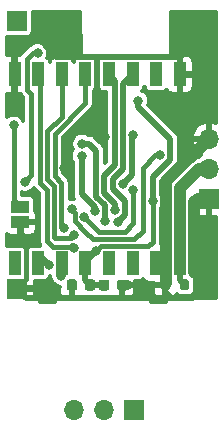
<source format=gbr>
%TF.GenerationSoftware,KiCad,Pcbnew,5.1.9*%
%TF.CreationDate,2021-03-27T13:30:24+01:00*%
%TF.ProjectId,picoballoon,7069636f-6261-46c6-9c6f-6f6e2e6b6963,0.1*%
%TF.SameCoordinates,Original*%
%TF.FileFunction,Copper,L2,Bot*%
%TF.FilePolarity,Positive*%
%FSLAX46Y46*%
G04 Gerber Fmt 4.6, Leading zero omitted, Abs format (unit mm)*
G04 Created by KiCad (PCBNEW 5.1.9) date 2021-03-27 13:30:24*
%MOMM*%
%LPD*%
G01*
G04 APERTURE LIST*
%TA.AperFunction,SMDPad,CuDef*%
%ADD10R,1.500000X1.000000*%
%TD*%
%TA.AperFunction,ComponentPad*%
%ADD11O,1.700000X1.700000*%
%TD*%
%TA.AperFunction,ComponentPad*%
%ADD12R,1.700000X1.700000*%
%TD*%
%TA.AperFunction,SMDPad,CuDef*%
%ADD13R,1.000000X2.000000*%
%TD*%
%TA.AperFunction,ViaPad*%
%ADD14C,0.800000*%
%TD*%
%TA.AperFunction,Conductor*%
%ADD15C,0.500000*%
%TD*%
%TA.AperFunction,Conductor*%
%ADD16C,1.000000*%
%TD*%
%TA.AperFunction,Conductor*%
%ADD17C,0.400000*%
%TD*%
%TA.AperFunction,Conductor*%
%ADD18C,0.300000*%
%TD*%
%TA.AperFunction,Conductor*%
%ADD19C,0.100000*%
%TD*%
G04 APERTURE END LIST*
D10*
%TO.P,JP1,1*%
%TO.N,Net-(JP1-Pad1)*%
X121400000Y-75680000D03*
%TO.P,JP1,2*%
%TO.N,GND*%
X121400000Y-76980000D03*
%TD*%
D11*
%TO.P,J5,3*%
%TO.N,GND*%
X137380000Y-69940000D03*
%TO.P,J5,2*%
%TO.N,Net-(J5-Pad2)*%
X137380000Y-72480000D03*
D12*
%TO.P,J5,1*%
%TO.N,GND*%
X137380000Y-75020000D03*
%TD*%
%TO.P,J2,1*%
%TO.N,GND*%
X121100000Y-82600000D03*
%TD*%
%TO.P,C11,1*%
%TO.N,+3V3*%
%TA.AperFunction,SMDPad,CuDef*%
G36*
G01*
X128030000Y-82570000D02*
X128030000Y-82070000D01*
G75*
G02*
X128255000Y-81845000I225000J0D01*
G01*
X128705000Y-81845000D01*
G75*
G02*
X128930000Y-82070000I0J-225000D01*
G01*
X128930000Y-82570000D01*
G75*
G02*
X128705000Y-82795000I-225000J0D01*
G01*
X128255000Y-82795000D01*
G75*
G02*
X128030000Y-82570000I0J225000D01*
G01*
G37*
%TD.AperFunction*%
%TO.P,C11,2*%
%TO.N,GND*%
%TA.AperFunction,SMDPad,CuDef*%
G36*
G01*
X129580000Y-82570000D02*
X129580000Y-82070000D01*
G75*
G02*
X129805000Y-81845000I225000J0D01*
G01*
X130255000Y-81845000D01*
G75*
G02*
X130480000Y-82070000I0J-225000D01*
G01*
X130480000Y-82570000D01*
G75*
G02*
X130255000Y-82795000I-225000J0D01*
G01*
X129805000Y-82795000D01*
G75*
G02*
X129580000Y-82570000I0J225000D01*
G01*
G37*
%TD.AperFunction*%
%TD*%
%TO.P,C12,2*%
%TO.N,GND*%
%TA.AperFunction,SMDPad,CuDef*%
G36*
G01*
X126205000Y-82060000D02*
X126205000Y-82560000D01*
G75*
G02*
X125980000Y-82785000I-225000J0D01*
G01*
X125530000Y-82785000D01*
G75*
G02*
X125305000Y-82560000I0J225000D01*
G01*
X125305000Y-82060000D01*
G75*
G02*
X125530000Y-81835000I225000J0D01*
G01*
X125980000Y-81835000D01*
G75*
G02*
X126205000Y-82060000I0J-225000D01*
G01*
G37*
%TD.AperFunction*%
%TO.P,C12,1*%
%TO.N,+3V3*%
%TA.AperFunction,SMDPad,CuDef*%
G36*
G01*
X127755000Y-82060000D02*
X127755000Y-82560000D01*
G75*
G02*
X127530000Y-82785000I-225000J0D01*
G01*
X127080000Y-82785000D01*
G75*
G02*
X126855000Y-82560000I0J225000D01*
G01*
X126855000Y-82060000D01*
G75*
G02*
X127080000Y-81835000I225000J0D01*
G01*
X127530000Y-81835000D01*
G75*
G02*
X127755000Y-82060000I0J-225000D01*
G01*
G37*
%TD.AperFunction*%
%TD*%
%TO.P,J1,1*%
%TO.N,+BATT*%
X121100000Y-59950000D03*
%TD*%
%TO.P,J3,1*%
%TO.N,GND*%
X131020000Y-92860000D03*
D11*
%TO.P,J3,2*%
%TO.N,/DEBUG_RXD*%
X128480000Y-92860000D03*
%TO.P,J3,3*%
%TO.N,/DEBUG_TXD*%
X125940000Y-92860000D03*
%TD*%
%TO.P,R9,2*%
%TO.N,GND*%
%TA.AperFunction,SMDPad,CuDef*%
G36*
G01*
X134060000Y-82015000D02*
X134060000Y-82565000D01*
G75*
G02*
X133860000Y-82765000I-200000J0D01*
G01*
X133460000Y-82765000D01*
G75*
G02*
X133260000Y-82565000I0J200000D01*
G01*
X133260000Y-82015000D01*
G75*
G02*
X133460000Y-81815000I200000J0D01*
G01*
X133860000Y-81815000D01*
G75*
G02*
X134060000Y-82015000I0J-200000D01*
G01*
G37*
%TD.AperFunction*%
%TO.P,R9,1*%
%TO.N,Net-(J5-Pad2)*%
%TA.AperFunction,SMDPad,CuDef*%
G36*
G01*
X135710000Y-82015000D02*
X135710000Y-82565000D01*
G75*
G02*
X135510000Y-82765000I-200000J0D01*
G01*
X135110000Y-82765000D01*
G75*
G02*
X134910000Y-82565000I0J200000D01*
G01*
X134910000Y-82015000D01*
G75*
G02*
X135110000Y-81815000I200000J0D01*
G01*
X135510000Y-81815000D01*
G75*
G02*
X135710000Y-82015000I0J-200000D01*
G01*
G37*
%TD.AperFunction*%
%TD*%
D13*
%TO.P,U6,16*%
%TO.N,N/C*%
X120900000Y-80475000D03*
%TO.P,U6,15*%
%TO.N,/RFM_IO1*%
X122900000Y-80475000D03*
%TO.P,U6,14*%
%TO.N,/RFM_IO0*%
X124900000Y-80475000D03*
%TO.P,U6,13*%
%TO.N,+3V3*%
X126900000Y-80475000D03*
%TO.P,U6,12*%
%TO.N,N/C*%
X128900000Y-80475000D03*
%TO.P,U6,11*%
X130900000Y-80475000D03*
%TO.P,U6,10*%
%TO.N,GND*%
X132900000Y-80475000D03*
%TO.P,U6,9*%
%TO.N,Net-(J5-Pad2)*%
X134900000Y-80475000D03*
%TO.P,U6,8*%
%TO.N,GND*%
X134900000Y-64475000D03*
%TO.P,U6,7*%
%TO.N,N/C*%
X132900000Y-64475000D03*
%TO.P,U6,6*%
%TO.N,/RFM_RESET*%
X130900000Y-64475000D03*
%TO.P,U6,5*%
%TO.N,/RFM_CS*%
X128900000Y-64475000D03*
%TO.P,U6,4*%
%TO.N,/SCK*%
X126900000Y-64475000D03*
%TO.P,U6,3*%
%TO.N,/MOSI*%
X124900000Y-64475000D03*
%TO.P,U6,2*%
%TO.N,/MISO*%
X122900000Y-64475000D03*
%TO.P,U6,1*%
%TO.N,GND*%
X120900000Y-64475000D03*
%TD*%
D14*
%TO.N,GND*%
X127860934Y-65859112D03*
X136600000Y-62350000D03*
X133250000Y-67675000D03*
X121650002Y-62050000D03*
X123475000Y-60375000D03*
X125120010Y-72375000D03*
X136490000Y-81570000D03*
X128570000Y-69810000D03*
X130510000Y-82290000D03*
%TO.N,+3V3*%
X127801255Y-79436193D03*
X132593790Y-75213534D03*
X131380000Y-66690000D03*
%TO.N,+BATT*%
X122850000Y-62650000D03*
X121774976Y-73570000D03*
%TO.N,/SCL*%
X126820000Y-76520000D03*
X130939990Y-74266923D03*
%TO.N,/SDA*%
X125750000Y-75900000D03*
X133250002Y-71280000D03*
%TO.N,/GPS_FIX*%
X130053017Y-73775012D03*
X130970022Y-69587367D03*
%TO.N,/GPS_RXD*%
X126625000Y-70325000D03*
X128595993Y-76924642D03*
%TO.N,/GPS_TXD*%
X126575000Y-71375000D03*
X127699636Y-76002759D03*
%TO.N,/RFM_RESET*%
X129650000Y-76979990D03*
%TO.N,/RFM_CS*%
X129399647Y-75986024D03*
%TO.N,/SCK*%
X125050021Y-77450010D03*
%TO.N,/MISO*%
X125900031Y-79143288D03*
%TO.N,/MOSI*%
X125929491Y-78069775D03*
%TO.N,/RFM_IO0*%
X124875000Y-81550000D03*
%TO.N,/RFM_IO1*%
X123799998Y-80600000D03*
%TO.N,Net-(JP1-Pad1)*%
X120831551Y-68792412D03*
%TD*%
D15*
%TO.N,GND*%
X127800000Y-65920046D02*
X127860934Y-65859112D01*
X134900000Y-64475000D02*
X134900000Y-62975000D01*
X135525000Y-62350000D02*
X136600000Y-62350000D01*
X134900000Y-62975000D02*
X135525000Y-62350000D01*
X134900000Y-66025000D02*
X133250000Y-67675000D01*
X134900000Y-64475000D02*
X134900000Y-66025000D01*
X120900000Y-62800002D02*
X121650002Y-62050000D01*
X120900000Y-64475000D02*
X120900000Y-62800002D01*
X121650002Y-62050000D02*
X122225000Y-61475002D01*
X122374998Y-61475002D02*
X123475000Y-60375000D01*
X122225000Y-61475002D02*
X122374998Y-61475002D01*
X127800000Y-67600000D02*
X127800000Y-65920046D01*
D16*
X137250000Y-75030000D02*
X136395000Y-75030000D01*
D15*
X133880000Y-82320000D02*
X133975000Y-82225000D01*
X133374998Y-80475000D02*
X133699999Y-80800001D01*
X132900000Y-80475000D02*
X133374998Y-80475000D01*
D16*
X133699999Y-81949999D02*
X133699999Y-80800001D01*
D15*
X136010000Y-83360000D02*
X134160000Y-83360000D01*
X134160000Y-83360000D02*
X133660000Y-82860000D01*
X136490000Y-82880000D02*
X136010000Y-83360000D01*
D16*
X136490000Y-81570000D02*
X136490000Y-82880000D01*
X136125000Y-81205000D02*
X136490000Y-81570000D01*
D15*
X133660000Y-82860000D02*
X133660000Y-82290000D01*
X125120010Y-70279990D02*
X125120010Y-71809315D01*
X125120010Y-71809315D02*
X125120010Y-72375000D01*
D16*
X136125000Y-75300000D02*
X136395000Y-75030000D01*
X136125000Y-81205000D02*
X136125000Y-75300000D01*
X135780000Y-71540000D02*
X137380000Y-69940000D01*
X135640000Y-71540000D02*
X135780000Y-71540000D01*
X133699999Y-80800001D02*
X133699999Y-73480001D01*
D15*
X128000000Y-69240000D02*
X126160000Y-69240000D01*
X128570000Y-69810000D02*
X128000000Y-69240000D01*
X126160000Y-69240000D02*
X125120010Y-70279990D01*
X127800000Y-67600000D02*
X126160000Y-69240000D01*
X127860934Y-63204064D02*
X128104998Y-62960000D01*
X127860934Y-65859112D02*
X127860934Y-63204064D01*
X134885000Y-62960000D02*
X134900000Y-62975000D01*
X128770000Y-62960000D02*
X124440000Y-62960000D01*
X128104998Y-62960000D02*
X128770000Y-62960000D01*
X128770000Y-62960000D02*
X134885000Y-62960000D01*
X123475000Y-61995000D02*
X123475000Y-60375000D01*
X124440000Y-62960000D02*
X123475000Y-61995000D01*
X134900000Y-71600000D02*
X135240000Y-71940000D01*
X134900000Y-66025000D02*
X134900000Y-71600000D01*
D16*
X135240000Y-71940000D02*
X135640000Y-71540000D01*
X133699999Y-73480001D02*
X135240000Y-71940000D01*
D15*
X130060000Y-82290000D02*
X130030000Y-82320000D01*
X130510000Y-82290000D02*
X130060000Y-82290000D01*
X121860000Y-83360000D02*
X121100000Y-82600000D01*
X125755000Y-82310000D02*
X125755000Y-83165000D01*
X125560000Y-83360000D02*
X121860000Y-83360000D01*
X125755000Y-83165000D02*
X125560000Y-83360000D01*
X130030000Y-83300000D02*
X130090000Y-83360000D01*
X130030000Y-82320000D02*
X130030000Y-83300000D01*
X130090000Y-83360000D02*
X125560000Y-83360000D01*
D17*
X121400000Y-76980000D02*
X121400000Y-77810000D01*
X121400000Y-77810000D02*
X121900000Y-78310000D01*
X121900000Y-81800000D02*
X121100000Y-82600000D01*
X121900000Y-78310000D02*
X121900000Y-81800000D01*
D15*
X134160000Y-83360000D02*
X130090000Y-83360000D01*
%TO.N,+3V3*%
X127315000Y-82320000D02*
X127305000Y-82310000D01*
X128480000Y-82320000D02*
X127315000Y-82320000D01*
X126900000Y-81905000D02*
X127305000Y-82310000D01*
X126900000Y-80475000D02*
X126900000Y-81905000D01*
X126900000Y-80337448D02*
X127801255Y-79436193D01*
X126900000Y-80475000D02*
X126900000Y-80337448D01*
D17*
X128207437Y-79030011D02*
X132239989Y-79030011D01*
X132239989Y-79030011D02*
X132593790Y-78676210D01*
X127801255Y-79436193D02*
X128207437Y-79030011D01*
X132593790Y-78676210D02*
X132593790Y-75213534D01*
D15*
X132593790Y-75213534D02*
X132593790Y-73194216D01*
X132593790Y-73194216D02*
X134100004Y-71688002D01*
X134100004Y-71688002D02*
X134100004Y-69975689D01*
X134100004Y-69975689D02*
X131380000Y-67255685D01*
X131380000Y-67255685D02*
X131380000Y-66690000D01*
D17*
%TO.N,+BATT*%
X122504998Y-62650000D02*
X122850000Y-62650000D01*
X121999999Y-65769999D02*
X121999999Y-63154999D01*
X122334976Y-66104976D02*
X121999999Y-65769999D01*
X121999999Y-63154999D02*
X122504998Y-62650000D01*
X122334976Y-73010000D02*
X122334976Y-66104976D01*
X121774976Y-73570000D02*
X122334976Y-73010000D01*
D15*
%TO.N,Net-(J5-Pad2)*%
X134900000Y-81880000D02*
X135310000Y-82290000D01*
X134900000Y-80475000D02*
X134900000Y-81880000D01*
D16*
X134900000Y-80475000D02*
X134900000Y-74117071D01*
X134900000Y-74117071D02*
X136527071Y-72490000D01*
X136527071Y-72490000D02*
X137250000Y-72490000D01*
D17*
%TO.N,/SCL*%
X128080000Y-77780000D02*
X130250000Y-77780000D01*
X130939990Y-77090010D02*
X130939990Y-74266923D01*
X126820000Y-76520000D02*
X128080000Y-77780000D01*
X130250000Y-77780000D02*
X130939990Y-77090010D01*
%TO.N,/SDA*%
X126019999Y-76904001D02*
X126900000Y-77784002D01*
X126019999Y-76169999D02*
X126019999Y-76904001D01*
X125750000Y-75900000D02*
X126019999Y-76169999D01*
X126900000Y-77784002D02*
X127545998Y-78430000D01*
X127545998Y-78430000D02*
X131050000Y-78430000D01*
X131050000Y-78430000D02*
X131740000Y-77740000D01*
X131740000Y-77740000D02*
X131740000Y-74990000D01*
X131740000Y-74990000D02*
X131740000Y-74770000D01*
X131740000Y-74770000D02*
X131740000Y-72360000D01*
X131740000Y-72360000D02*
X132820000Y-71280000D01*
X132820000Y-71280000D02*
X133250002Y-71280000D01*
D15*
%TO.N,/GPS_FIX*%
X130820023Y-73008006D02*
X130820023Y-69737366D01*
X130053017Y-73775012D02*
X130820023Y-73008006D01*
X130820023Y-69737366D02*
X130970022Y-69587367D01*
%TO.N,/GPS_RXD*%
X127802994Y-70937309D02*
X127802994Y-74812924D01*
X127190685Y-70325000D02*
X127802994Y-70937309D01*
X128549637Y-76878286D02*
X128595993Y-76924642D01*
X126625000Y-70325000D02*
X127190685Y-70325000D01*
X128549637Y-75559567D02*
X128549637Y-76878286D01*
X127802994Y-74812924D02*
X128549637Y-75559567D01*
%TO.N,/GPS_TXD*%
X126575000Y-71375000D02*
X126575000Y-74574934D01*
X127699636Y-75699570D02*
X127699636Y-76002759D01*
X126575000Y-74574934D02*
X127699636Y-75699570D01*
%TO.N,/RFM_RESET*%
X129203016Y-73367011D02*
X129203016Y-74183013D01*
X130900000Y-64475000D02*
X130120012Y-65254988D01*
X130120012Y-72450015D02*
X129203016Y-73367011D01*
X130249649Y-75229646D02*
X130249649Y-76380341D01*
X129203016Y-74183013D02*
X130249649Y-75229646D01*
X130120012Y-65254988D02*
X130120012Y-72450015D01*
X130249649Y-76380341D02*
X129650000Y-76979990D01*
%TO.N,/RFM_CS*%
X128503005Y-73077057D02*
X128503005Y-74521365D01*
X129399647Y-75418007D02*
X129399647Y-75986024D01*
X128900000Y-64475000D02*
X129420001Y-64995001D01*
X129420001Y-64995001D02*
X129420001Y-72160061D01*
X129420001Y-72160061D02*
X128503005Y-73077057D01*
X128503005Y-74521365D02*
X129399647Y-75418007D01*
D17*
%TO.N,/SCK*%
X126900000Y-66900000D02*
X124320000Y-69480000D01*
X124320000Y-69480000D02*
X124320000Y-73090000D01*
X124860021Y-73630021D02*
X124860021Y-77260010D01*
X124860021Y-77260010D02*
X125050021Y-77450010D01*
X126900000Y-64475000D02*
X126900000Y-66900000D01*
X124320000Y-73090000D02*
X124860021Y-73630021D01*
D15*
%TO.N,/MISO*%
X122900000Y-64500000D02*
X122900000Y-64000000D01*
X125899995Y-79143323D02*
X125900030Y-79143288D01*
X125900030Y-79143288D02*
X125900031Y-79143288D01*
X125781671Y-79024999D02*
X125899995Y-79143323D01*
D17*
X123089990Y-73669990D02*
X123089990Y-64664990D01*
X123650001Y-74230001D02*
X123089990Y-73669990D01*
X123089990Y-64664990D02*
X122900000Y-64475000D01*
X123650001Y-78520001D02*
X123650001Y-74230001D01*
X123670000Y-78590000D02*
X123670000Y-78540000D01*
X124154999Y-79074999D02*
X123670000Y-78590000D01*
X125831742Y-79074999D02*
X124154999Y-79074999D01*
X123670000Y-78540000D02*
X123650001Y-78520001D01*
X125900031Y-79143288D02*
X125831742Y-79074999D01*
D15*
%TO.N,/MOSI*%
X125691265Y-78308001D02*
X125929491Y-78069775D01*
D17*
X124900000Y-68040000D02*
X124900000Y-64475000D01*
X123690000Y-73340000D02*
X123690000Y-69250000D01*
X124286543Y-78308001D02*
X124250011Y-78271469D01*
X125691265Y-78308001D02*
X124286543Y-78308001D01*
X124250011Y-73900011D02*
X123690000Y-73340000D01*
X124250011Y-78271469D02*
X124250011Y-73900011D01*
X123690000Y-69250000D02*
X124900000Y-68040000D01*
D15*
%TO.N,/RFM_IO0*%
X124875000Y-80500000D02*
X124900000Y-80475000D01*
X124875000Y-81550000D02*
X124875000Y-80500000D01*
%TO.N,/RFM_IO1*%
X123250000Y-80000000D02*
X122900000Y-80000000D01*
X123900000Y-80650000D02*
X123250000Y-80000000D01*
D17*
%TO.N,Net-(JP1-Pad1)*%
X120831551Y-75111551D02*
X121400000Y-75680000D01*
X120831551Y-68792412D02*
X120831551Y-75111551D01*
%TD*%
D18*
%TO.N,GND*%
X123907235Y-81573017D02*
X123935825Y-81667267D01*
X123982254Y-81754129D01*
X124003000Y-81779408D01*
X124009586Y-81812520D01*
X124077430Y-81976310D01*
X124175924Y-82123717D01*
X124301283Y-82249076D01*
X124448690Y-82347570D01*
X124612480Y-82415414D01*
X124777301Y-82448199D01*
X124647000Y-82578500D01*
X124643816Y-82785000D01*
X124656520Y-82913991D01*
X124694146Y-83038024D01*
X124755246Y-83152334D01*
X124837472Y-83252528D01*
X124937666Y-83334754D01*
X125012961Y-83375000D01*
X124825788Y-83375000D01*
X124800000Y-83372460D01*
X124774212Y-83375000D01*
X124697082Y-83382597D01*
X124598119Y-83412617D01*
X124506914Y-83461367D01*
X124426973Y-83526973D01*
X124361367Y-83606914D01*
X124312617Y-83698119D01*
X124296879Y-83750000D01*
X123103121Y-83750000D01*
X123087383Y-83698119D01*
X123038633Y-83606914D01*
X122973027Y-83526973D01*
X122893086Y-83461367D01*
X122801881Y-83412617D01*
X122702918Y-83382597D01*
X122625788Y-83375000D01*
X122610765Y-83373520D01*
X122608000Y-82868500D01*
X122443500Y-82704000D01*
X121204000Y-82704000D01*
X121204000Y-82724000D01*
X120996000Y-82724000D01*
X120996000Y-82704000D01*
X120976000Y-82704000D01*
X120976000Y-82496000D01*
X120996000Y-82496000D01*
X120996000Y-82476000D01*
X121204000Y-82476000D01*
X121204000Y-82496000D01*
X122443500Y-82496000D01*
X122608000Y-82331500D01*
X122609939Y-81977419D01*
X123400000Y-81977419D01*
X123498017Y-81967765D01*
X123592267Y-81939175D01*
X123679129Y-81892746D01*
X123755264Y-81830264D01*
X123817746Y-81754129D01*
X123864175Y-81667267D01*
X123892765Y-81573017D01*
X123900000Y-81499560D01*
X123907235Y-81573017D01*
%TA.AperFunction,Conductor*%
D19*
G36*
X123907235Y-81573017D02*
G01*
X123935825Y-81667267D01*
X123982254Y-81754129D01*
X124003000Y-81779408D01*
X124009586Y-81812520D01*
X124077430Y-81976310D01*
X124175924Y-82123717D01*
X124301283Y-82249076D01*
X124448690Y-82347570D01*
X124612480Y-82415414D01*
X124777301Y-82448199D01*
X124647000Y-82578500D01*
X124643816Y-82785000D01*
X124656520Y-82913991D01*
X124694146Y-83038024D01*
X124755246Y-83152334D01*
X124837472Y-83252528D01*
X124937666Y-83334754D01*
X125012961Y-83375000D01*
X124825788Y-83375000D01*
X124800000Y-83372460D01*
X124774212Y-83375000D01*
X124697082Y-83382597D01*
X124598119Y-83412617D01*
X124506914Y-83461367D01*
X124426973Y-83526973D01*
X124361367Y-83606914D01*
X124312617Y-83698119D01*
X124296879Y-83750000D01*
X123103121Y-83750000D01*
X123087383Y-83698119D01*
X123038633Y-83606914D01*
X122973027Y-83526973D01*
X122893086Y-83461367D01*
X122801881Y-83412617D01*
X122702918Y-83382597D01*
X122625788Y-83375000D01*
X122610765Y-83373520D01*
X122608000Y-82868500D01*
X122443500Y-82704000D01*
X121204000Y-82704000D01*
X121204000Y-82724000D01*
X120996000Y-82724000D01*
X120996000Y-82704000D01*
X120976000Y-82704000D01*
X120976000Y-82496000D01*
X120996000Y-82496000D01*
X120996000Y-82476000D01*
X121204000Y-82476000D01*
X121204000Y-82496000D01*
X122443500Y-82496000D01*
X122608000Y-82331500D01*
X122609939Y-81977419D01*
X123400000Y-81977419D01*
X123498017Y-81967765D01*
X123592267Y-81939175D01*
X123679129Y-81892746D01*
X123755264Y-81830264D01*
X123817746Y-81754129D01*
X123864175Y-81667267D01*
X123892765Y-81573017D01*
X123900000Y-81499560D01*
X123907235Y-81573017D01*
G37*
%TD.AperFunction*%
D18*
X131850246Y-81842334D02*
X131932472Y-81942528D01*
X132032666Y-82024754D01*
X132146976Y-82085854D01*
X132271009Y-82123480D01*
X132400000Y-82136184D01*
X132631500Y-82133000D01*
X132672500Y-82092000D01*
X132766500Y-82186000D01*
X133556000Y-82186000D01*
X133556000Y-82166000D01*
X133764000Y-82166000D01*
X133764000Y-82186000D01*
X133784000Y-82186000D01*
X133784000Y-82394000D01*
X133764000Y-82394000D01*
X133764000Y-83258500D01*
X133928500Y-83423000D01*
X133957385Y-83423699D01*
X133886914Y-83461367D01*
X133806973Y-83526973D01*
X133741367Y-83606914D01*
X133692617Y-83698119D01*
X133676879Y-83750000D01*
X132473121Y-83750000D01*
X132457383Y-83698119D01*
X132408633Y-83606914D01*
X132343027Y-83526973D01*
X132263086Y-83461367D01*
X132171881Y-83412617D01*
X132072918Y-83382597D01*
X131995788Y-83375000D01*
X131970000Y-83372460D01*
X131944212Y-83375000D01*
X130790748Y-83375000D01*
X130847334Y-83344754D01*
X130947528Y-83262528D01*
X131029754Y-83162334D01*
X131090854Y-83048024D01*
X131128480Y-82923991D01*
X131141184Y-82795000D01*
X131140722Y-82765000D01*
X132598816Y-82765000D01*
X132611520Y-82893991D01*
X132649146Y-83018024D01*
X132710246Y-83132334D01*
X132792472Y-83232528D01*
X132892666Y-83314754D01*
X133006976Y-83375854D01*
X133131009Y-83413480D01*
X133260000Y-83426184D01*
X133391500Y-83423000D01*
X133556000Y-83258500D01*
X133556000Y-82394000D01*
X132766500Y-82394000D01*
X132602000Y-82558500D01*
X132598816Y-82765000D01*
X131140722Y-82765000D01*
X131138000Y-82588500D01*
X130973500Y-82424000D01*
X130134000Y-82424000D01*
X130134000Y-82444000D01*
X129926000Y-82444000D01*
X129926000Y-82424000D01*
X129906000Y-82424000D01*
X129906000Y-82216000D01*
X129926000Y-82216000D01*
X129926000Y-82196000D01*
X130134000Y-82196000D01*
X130134000Y-82216000D01*
X130973500Y-82216000D01*
X131138000Y-82051500D01*
X131139142Y-81977419D01*
X131400000Y-81977419D01*
X131498017Y-81967765D01*
X131592267Y-81939175D01*
X131679129Y-81892746D01*
X131755264Y-81830264D01*
X131808876Y-81764937D01*
X131850246Y-81842334D01*
%TA.AperFunction,Conductor*%
D19*
G36*
X131850246Y-81842334D02*
G01*
X131932472Y-81942528D01*
X132032666Y-82024754D01*
X132146976Y-82085854D01*
X132271009Y-82123480D01*
X132400000Y-82136184D01*
X132631500Y-82133000D01*
X132672500Y-82092000D01*
X132766500Y-82186000D01*
X133556000Y-82186000D01*
X133556000Y-82166000D01*
X133764000Y-82166000D01*
X133764000Y-82186000D01*
X133784000Y-82186000D01*
X133784000Y-82394000D01*
X133764000Y-82394000D01*
X133764000Y-83258500D01*
X133928500Y-83423000D01*
X133957385Y-83423699D01*
X133886914Y-83461367D01*
X133806973Y-83526973D01*
X133741367Y-83606914D01*
X133692617Y-83698119D01*
X133676879Y-83750000D01*
X132473121Y-83750000D01*
X132457383Y-83698119D01*
X132408633Y-83606914D01*
X132343027Y-83526973D01*
X132263086Y-83461367D01*
X132171881Y-83412617D01*
X132072918Y-83382597D01*
X131995788Y-83375000D01*
X131970000Y-83372460D01*
X131944212Y-83375000D01*
X130790748Y-83375000D01*
X130847334Y-83344754D01*
X130947528Y-83262528D01*
X131029754Y-83162334D01*
X131090854Y-83048024D01*
X131128480Y-82923991D01*
X131141184Y-82795000D01*
X131140722Y-82765000D01*
X132598816Y-82765000D01*
X132611520Y-82893991D01*
X132649146Y-83018024D01*
X132710246Y-83132334D01*
X132792472Y-83232528D01*
X132892666Y-83314754D01*
X133006976Y-83375854D01*
X133131009Y-83413480D01*
X133260000Y-83426184D01*
X133391500Y-83423000D01*
X133556000Y-83258500D01*
X133556000Y-82394000D01*
X132766500Y-82394000D01*
X132602000Y-82558500D01*
X132598816Y-82765000D01*
X131140722Y-82765000D01*
X131138000Y-82588500D01*
X130973500Y-82424000D01*
X130134000Y-82424000D01*
X130134000Y-82444000D01*
X129926000Y-82444000D01*
X129926000Y-82424000D01*
X129906000Y-82424000D01*
X129906000Y-82216000D01*
X129926000Y-82216000D01*
X129926000Y-82196000D01*
X130134000Y-82196000D01*
X130134000Y-82216000D01*
X130973500Y-82216000D01*
X131138000Y-82051500D01*
X131139142Y-81977419D01*
X131400000Y-81977419D01*
X131498017Y-81967765D01*
X131592267Y-81939175D01*
X131679129Y-81892746D01*
X131755264Y-81830264D01*
X131808876Y-81764937D01*
X131850246Y-81842334D01*
G37*
%TD.AperFunction*%
D18*
X129925998Y-83375000D02*
X129839500Y-83375000D01*
X129925998Y-83288502D01*
X129925998Y-83375000D01*
%TA.AperFunction,Conductor*%
D19*
G36*
X129925998Y-83375000D02*
G01*
X129839500Y-83375000D01*
X129925998Y-83288502D01*
X129925998Y-83375000D01*
G37*
%TD.AperFunction*%
D18*
X130220500Y-83375000D02*
X130134002Y-83375000D01*
X130134002Y-83288502D01*
X130220500Y-83375000D01*
%TA.AperFunction,Conductor*%
D19*
G36*
X130220500Y-83375000D02*
G01*
X130134002Y-83375000D01*
X130134002Y-83288502D01*
X130220500Y-83375000D01*
G37*
%TD.AperFunction*%
D18*
X137484000Y-74916000D02*
X137504000Y-74916000D01*
X137504000Y-75124000D01*
X137484000Y-75124000D01*
X137484000Y-76363500D01*
X137648500Y-76528000D01*
X137975001Y-76529788D01*
X137975001Y-83375000D01*
X134314622Y-83375000D01*
X134427334Y-83314754D01*
X134527528Y-83232528D01*
X134609754Y-83132334D01*
X134637088Y-83081195D01*
X134719757Y-83149040D01*
X134841196Y-83213951D01*
X134972965Y-83253922D01*
X135110000Y-83267419D01*
X135510000Y-83267419D01*
X135647035Y-83253922D01*
X135778804Y-83213951D01*
X135900243Y-83149040D01*
X136006685Y-83061685D01*
X136094040Y-82955243D01*
X136158951Y-82833804D01*
X136198922Y-82702035D01*
X136212419Y-82565000D01*
X136212419Y-82015000D01*
X136198922Y-81877965D01*
X136158951Y-81746196D01*
X136094040Y-81624757D01*
X136006685Y-81518315D01*
X135902419Y-81432746D01*
X135902419Y-79475000D01*
X135900000Y-79450440D01*
X135900000Y-76059910D01*
X135919146Y-76123024D01*
X135980246Y-76237334D01*
X136062472Y-76337528D01*
X136162666Y-76419754D01*
X136276976Y-76480854D01*
X136401009Y-76518480D01*
X136530000Y-76531184D01*
X137111500Y-76528000D01*
X137276000Y-76363500D01*
X137276000Y-75124000D01*
X137256000Y-75124000D01*
X137256000Y-74916000D01*
X137276000Y-74916000D01*
X137276000Y-74896000D01*
X137484000Y-74896000D01*
X137484000Y-74916000D01*
%TA.AperFunction,Conductor*%
D19*
G36*
X137484000Y-74916000D02*
G01*
X137504000Y-74916000D01*
X137504000Y-75124000D01*
X137484000Y-75124000D01*
X137484000Y-76363500D01*
X137648500Y-76528000D01*
X137975001Y-76529788D01*
X137975001Y-83375000D01*
X134314622Y-83375000D01*
X134427334Y-83314754D01*
X134527528Y-83232528D01*
X134609754Y-83132334D01*
X134637088Y-83081195D01*
X134719757Y-83149040D01*
X134841196Y-83213951D01*
X134972965Y-83253922D01*
X135110000Y-83267419D01*
X135510000Y-83267419D01*
X135647035Y-83253922D01*
X135778804Y-83213951D01*
X135900243Y-83149040D01*
X136006685Y-83061685D01*
X136094040Y-82955243D01*
X136158951Y-82833804D01*
X136198922Y-82702035D01*
X136212419Y-82565000D01*
X136212419Y-82015000D01*
X136198922Y-81877965D01*
X136158951Y-81746196D01*
X136094040Y-81624757D01*
X136006685Y-81518315D01*
X135902419Y-81432746D01*
X135902419Y-79475000D01*
X135900000Y-79450440D01*
X135900000Y-76059910D01*
X135919146Y-76123024D01*
X135980246Y-76237334D01*
X136062472Y-76337528D01*
X136162666Y-76419754D01*
X136276976Y-76480854D01*
X136401009Y-76518480D01*
X136530000Y-76531184D01*
X137111500Y-76528000D01*
X137276000Y-76363500D01*
X137276000Y-75124000D01*
X137256000Y-75124000D01*
X137256000Y-74916000D01*
X137276000Y-74916000D01*
X137276000Y-74896000D01*
X137484000Y-74896000D01*
X137484000Y-74916000D01*
G37*
%TD.AperFunction*%
D18*
X125650998Y-83375000D02*
X125554500Y-83375000D01*
X125650998Y-83278502D01*
X125650998Y-83375000D01*
%TA.AperFunction,Conductor*%
D19*
G36*
X125650998Y-83375000D02*
G01*
X125554500Y-83375000D01*
X125650998Y-83278502D01*
X125650998Y-83375000D01*
G37*
%TD.AperFunction*%
D18*
X125859000Y-82206000D02*
X125879000Y-82206000D01*
X125879000Y-82414000D01*
X125859000Y-82414000D01*
X125859000Y-82434000D01*
X125651000Y-82434000D01*
X125651000Y-82414000D01*
X125631000Y-82414000D01*
X125631000Y-82206000D01*
X125651000Y-82206000D01*
X125651000Y-82186000D01*
X125859000Y-82186000D01*
X125859000Y-82206000D01*
%TA.AperFunction,Conductor*%
D19*
G36*
X125859000Y-82206000D02*
G01*
X125879000Y-82206000D01*
X125879000Y-82414000D01*
X125859000Y-82414000D01*
X125859000Y-82434000D01*
X125651000Y-82434000D01*
X125651000Y-82414000D01*
X125631000Y-82414000D01*
X125631000Y-82206000D01*
X125651000Y-82206000D01*
X125651000Y-82186000D01*
X125859000Y-82186000D01*
X125859000Y-82206000D01*
G37*
%TD.AperFunction*%
D18*
X133004000Y-80371000D02*
X133024000Y-80371000D01*
X133024000Y-80579000D01*
X133004000Y-80579000D01*
X133004000Y-80599000D01*
X132796000Y-80599000D01*
X132796000Y-80579000D01*
X132776000Y-80579000D01*
X132776000Y-80371000D01*
X132796000Y-80371000D01*
X132796000Y-80351000D01*
X133004000Y-80351000D01*
X133004000Y-80371000D01*
%TA.AperFunction,Conductor*%
D19*
G36*
X133004000Y-80371000D02*
G01*
X133024000Y-80371000D01*
X133024000Y-80579000D01*
X133004000Y-80579000D01*
X133004000Y-80599000D01*
X132796000Y-80599000D01*
X132796000Y-80579000D01*
X132776000Y-80579000D01*
X132776000Y-80371000D01*
X132796000Y-80371000D01*
X132796000Y-80351000D01*
X133004000Y-80351000D01*
X133004000Y-80371000D01*
G37*
%TD.AperFunction*%
D18*
X122551015Y-74116663D02*
X122592620Y-74167359D01*
X122619332Y-74189281D01*
X122950002Y-74519952D01*
X122950001Y-78485614D01*
X122946614Y-78520001D01*
X122950001Y-78554388D01*
X122950001Y-78554390D01*
X122960129Y-78657224D01*
X122979534Y-78721194D01*
X122980128Y-78727223D01*
X123019287Y-78856314D01*
X123020155Y-78859174D01*
X123080772Y-78972581D01*
X122400000Y-78972581D01*
X122301983Y-78982235D01*
X122207733Y-79010825D01*
X122120871Y-79057254D01*
X122044736Y-79119736D01*
X121982254Y-79195871D01*
X121935825Y-79282733D01*
X121907235Y-79376983D01*
X121900000Y-79450440D01*
X121892765Y-79376983D01*
X121864175Y-79282733D01*
X121817746Y-79195871D01*
X121755264Y-79119736D01*
X121679129Y-79057254D01*
X121592267Y-79010825D01*
X121498017Y-78982235D01*
X121400000Y-78972581D01*
X120400000Y-78972581D01*
X120301983Y-78982235D01*
X120275000Y-78990420D01*
X120275000Y-78023463D01*
X120282666Y-78029754D01*
X120396976Y-78090854D01*
X120521009Y-78128480D01*
X120650000Y-78141184D01*
X121131500Y-78138000D01*
X121296000Y-77973500D01*
X121296000Y-77084000D01*
X121504000Y-77084000D01*
X121504000Y-77973500D01*
X121668500Y-78138000D01*
X122150000Y-78141184D01*
X122278991Y-78128480D01*
X122403024Y-78090854D01*
X122517334Y-78029754D01*
X122617528Y-77947528D01*
X122699754Y-77847334D01*
X122760854Y-77733024D01*
X122798480Y-77608991D01*
X122811184Y-77480000D01*
X122808000Y-77248500D01*
X122643500Y-77084000D01*
X121504000Y-77084000D01*
X121296000Y-77084000D01*
X121276000Y-77084000D01*
X121276000Y-76876000D01*
X121296000Y-76876000D01*
X121296000Y-76856000D01*
X121504000Y-76856000D01*
X121504000Y-76876000D01*
X122643500Y-76876000D01*
X122808000Y-76711500D01*
X122811184Y-76480000D01*
X122798480Y-76351009D01*
X122760854Y-76226976D01*
X122699754Y-76112666D01*
X122652419Y-76054987D01*
X122652419Y-75180000D01*
X122642765Y-75081983D01*
X122614175Y-74987733D01*
X122567746Y-74900871D01*
X122505264Y-74824736D01*
X122429129Y-74762254D01*
X122342267Y-74715825D01*
X122248017Y-74687235D01*
X122150000Y-74677581D01*
X121531551Y-74677581D01*
X121531551Y-74439212D01*
X121686334Y-74470000D01*
X121863618Y-74470000D01*
X122037496Y-74435414D01*
X122201286Y-74367570D01*
X122348693Y-74269076D01*
X122474052Y-74143717D01*
X122518556Y-74077112D01*
X122551015Y-74116663D01*
%TA.AperFunction,Conductor*%
D19*
G36*
X122551015Y-74116663D02*
G01*
X122592620Y-74167359D01*
X122619332Y-74189281D01*
X122950002Y-74519952D01*
X122950001Y-78485614D01*
X122946614Y-78520001D01*
X122950001Y-78554388D01*
X122950001Y-78554390D01*
X122960129Y-78657224D01*
X122979534Y-78721194D01*
X122980128Y-78727223D01*
X123019287Y-78856314D01*
X123020155Y-78859174D01*
X123080772Y-78972581D01*
X122400000Y-78972581D01*
X122301983Y-78982235D01*
X122207733Y-79010825D01*
X122120871Y-79057254D01*
X122044736Y-79119736D01*
X121982254Y-79195871D01*
X121935825Y-79282733D01*
X121907235Y-79376983D01*
X121900000Y-79450440D01*
X121892765Y-79376983D01*
X121864175Y-79282733D01*
X121817746Y-79195871D01*
X121755264Y-79119736D01*
X121679129Y-79057254D01*
X121592267Y-79010825D01*
X121498017Y-78982235D01*
X121400000Y-78972581D01*
X120400000Y-78972581D01*
X120301983Y-78982235D01*
X120275000Y-78990420D01*
X120275000Y-78023463D01*
X120282666Y-78029754D01*
X120396976Y-78090854D01*
X120521009Y-78128480D01*
X120650000Y-78141184D01*
X121131500Y-78138000D01*
X121296000Y-77973500D01*
X121296000Y-77084000D01*
X121504000Y-77084000D01*
X121504000Y-77973500D01*
X121668500Y-78138000D01*
X122150000Y-78141184D01*
X122278991Y-78128480D01*
X122403024Y-78090854D01*
X122517334Y-78029754D01*
X122617528Y-77947528D01*
X122699754Y-77847334D01*
X122760854Y-77733024D01*
X122798480Y-77608991D01*
X122811184Y-77480000D01*
X122808000Y-77248500D01*
X122643500Y-77084000D01*
X121504000Y-77084000D01*
X121296000Y-77084000D01*
X121276000Y-77084000D01*
X121276000Y-76876000D01*
X121296000Y-76876000D01*
X121296000Y-76856000D01*
X121504000Y-76856000D01*
X121504000Y-76876000D01*
X122643500Y-76876000D01*
X122808000Y-76711500D01*
X122811184Y-76480000D01*
X122798480Y-76351009D01*
X122760854Y-76226976D01*
X122699754Y-76112666D01*
X122652419Y-76054987D01*
X122652419Y-75180000D01*
X122642765Y-75081983D01*
X122614175Y-74987733D01*
X122567746Y-74900871D01*
X122505264Y-74824736D01*
X122429129Y-74762254D01*
X122342267Y-74715825D01*
X122248017Y-74687235D01*
X122150000Y-74677581D01*
X121531551Y-74677581D01*
X121531551Y-74439212D01*
X121686334Y-74470000D01*
X121863618Y-74470000D01*
X122037496Y-74435414D01*
X122201286Y-74367570D01*
X122348693Y-74269076D01*
X122474052Y-74143717D01*
X122518556Y-74077112D01*
X122551015Y-74116663D01*
G37*
%TD.AperFunction*%
D18*
X137975000Y-68556745D02*
X137718062Y-68470378D01*
X137484000Y-68600087D01*
X137484000Y-69836000D01*
X137504000Y-69836000D01*
X137504000Y-70044000D01*
X137484000Y-70044000D01*
X137484000Y-70064000D01*
X137276000Y-70064000D01*
X137276000Y-70044000D01*
X136040531Y-70044000D01*
X135910381Y-70278061D01*
X135970237Y-70475390D01*
X136101775Y-70740134D01*
X136282434Y-70974129D01*
X136505272Y-71168383D01*
X136724720Y-71294213D01*
X136519425Y-71431387D01*
X136458940Y-71491872D01*
X136331037Y-71504470D01*
X136142536Y-71561651D01*
X135968813Y-71654508D01*
X135816543Y-71779472D01*
X135785226Y-71817632D01*
X134227632Y-73375227D01*
X134189473Y-73406543D01*
X134064509Y-73558813D01*
X134028256Y-73626637D01*
X133971651Y-73732537D01*
X133914470Y-73921037D01*
X133895162Y-74117071D01*
X133900001Y-74166201D01*
X133900000Y-79047040D01*
X133867528Y-79007472D01*
X133767334Y-78925246D01*
X133653024Y-78864146D01*
X133528991Y-78826520D01*
X133400000Y-78813816D01*
X133283058Y-78815424D01*
X133283662Y-78813434D01*
X133293790Y-78710600D01*
X133293790Y-78710598D01*
X133297177Y-78676211D01*
X133293790Y-78641824D01*
X133293790Y-75785868D01*
X133391360Y-75639844D01*
X133459204Y-75476054D01*
X133493790Y-75302176D01*
X133493790Y-75124892D01*
X133459204Y-74951014D01*
X133391360Y-74787224D01*
X133343790Y-74716030D01*
X133343790Y-73504875D01*
X134604291Y-72244375D01*
X134632899Y-72220897D01*
X134726623Y-72106695D01*
X134796265Y-71976403D01*
X134833482Y-71853717D01*
X134839151Y-71835029D01*
X134842472Y-71801310D01*
X134850004Y-71724837D01*
X134850004Y-71724831D01*
X134853631Y-71688003D01*
X134850004Y-71651175D01*
X134850004Y-70012517D01*
X134853631Y-69975689D01*
X134850004Y-69938861D01*
X134850004Y-69938854D01*
X134839151Y-69828663D01*
X134796265Y-69687288D01*
X134750646Y-69601939D01*
X135910381Y-69601939D01*
X136040531Y-69836000D01*
X137276000Y-69836000D01*
X137276000Y-68600087D01*
X137041938Y-68470378D01*
X136761725Y-68564569D01*
X136505272Y-68711617D01*
X136282434Y-68905871D01*
X136101775Y-69139866D01*
X135970237Y-69404610D01*
X135910381Y-69601939D01*
X134750646Y-69601939D01*
X134726623Y-69556996D01*
X134678801Y-69498725D01*
X134656380Y-69471405D01*
X134656378Y-69471403D01*
X134632899Y-69442794D01*
X134604290Y-69419315D01*
X132213805Y-67028831D01*
X132245414Y-66952520D01*
X132280000Y-66778642D01*
X132280000Y-66601358D01*
X132245414Y-66427480D01*
X132177570Y-66263690D01*
X132079076Y-66116283D01*
X131953717Y-65990924D01*
X131806310Y-65892430D01*
X131722045Y-65857526D01*
X131755264Y-65830264D01*
X131817746Y-65754129D01*
X131864175Y-65667267D01*
X131892765Y-65573017D01*
X131900000Y-65499560D01*
X131907235Y-65573017D01*
X131935825Y-65667267D01*
X131982254Y-65754129D01*
X132044736Y-65830264D01*
X132120871Y-65892746D01*
X132207733Y-65939175D01*
X132301983Y-65967765D01*
X132400000Y-65977419D01*
X133400000Y-65977419D01*
X133498017Y-65967765D01*
X133592267Y-65939175D01*
X133679129Y-65892746D01*
X133755264Y-65830264D01*
X133808876Y-65764937D01*
X133850246Y-65842334D01*
X133932472Y-65942528D01*
X134032666Y-66024754D01*
X134146976Y-66085854D01*
X134271009Y-66123480D01*
X134400000Y-66136184D01*
X134631500Y-66133000D01*
X134796000Y-65968500D01*
X134796000Y-64579000D01*
X135004000Y-64579000D01*
X135004000Y-65968500D01*
X135168500Y-66133000D01*
X135400000Y-66136184D01*
X135528991Y-66123480D01*
X135653024Y-66085854D01*
X135767334Y-66024754D01*
X135867528Y-65942528D01*
X135949754Y-65842334D01*
X136010854Y-65728024D01*
X136048480Y-65603991D01*
X136061184Y-65475000D01*
X136058000Y-64743500D01*
X135893500Y-64579000D01*
X135004000Y-64579000D01*
X134796000Y-64579000D01*
X134776000Y-64579000D01*
X134776000Y-64371000D01*
X134796000Y-64371000D01*
X134796000Y-62981500D01*
X135004000Y-62981500D01*
X135004000Y-64371000D01*
X135893500Y-64371000D01*
X136058000Y-64206500D01*
X136061184Y-63475000D01*
X136048480Y-63346009D01*
X136010854Y-63221976D01*
X135949754Y-63107666D01*
X135867528Y-63007472D01*
X135767334Y-62925246D01*
X135653024Y-62864146D01*
X135528991Y-62826520D01*
X135400000Y-62813816D01*
X135168500Y-62817000D01*
X135004000Y-62981500D01*
X134796000Y-62981500D01*
X134631500Y-62817000D01*
X134400000Y-62813816D01*
X134271009Y-62826520D01*
X134146976Y-62864146D01*
X134120000Y-62878565D01*
X134120000Y-59175000D01*
X137975000Y-59175000D01*
X137975000Y-68556745D01*
%TA.AperFunction,Conductor*%
D19*
G36*
X137975000Y-68556745D02*
G01*
X137718062Y-68470378D01*
X137484000Y-68600087D01*
X137484000Y-69836000D01*
X137504000Y-69836000D01*
X137504000Y-70044000D01*
X137484000Y-70044000D01*
X137484000Y-70064000D01*
X137276000Y-70064000D01*
X137276000Y-70044000D01*
X136040531Y-70044000D01*
X135910381Y-70278061D01*
X135970237Y-70475390D01*
X136101775Y-70740134D01*
X136282434Y-70974129D01*
X136505272Y-71168383D01*
X136724720Y-71294213D01*
X136519425Y-71431387D01*
X136458940Y-71491872D01*
X136331037Y-71504470D01*
X136142536Y-71561651D01*
X135968813Y-71654508D01*
X135816543Y-71779472D01*
X135785226Y-71817632D01*
X134227632Y-73375227D01*
X134189473Y-73406543D01*
X134064509Y-73558813D01*
X134028256Y-73626637D01*
X133971651Y-73732537D01*
X133914470Y-73921037D01*
X133895162Y-74117071D01*
X133900001Y-74166201D01*
X133900000Y-79047040D01*
X133867528Y-79007472D01*
X133767334Y-78925246D01*
X133653024Y-78864146D01*
X133528991Y-78826520D01*
X133400000Y-78813816D01*
X133283058Y-78815424D01*
X133283662Y-78813434D01*
X133293790Y-78710600D01*
X133293790Y-78710598D01*
X133297177Y-78676211D01*
X133293790Y-78641824D01*
X133293790Y-75785868D01*
X133391360Y-75639844D01*
X133459204Y-75476054D01*
X133493790Y-75302176D01*
X133493790Y-75124892D01*
X133459204Y-74951014D01*
X133391360Y-74787224D01*
X133343790Y-74716030D01*
X133343790Y-73504875D01*
X134604291Y-72244375D01*
X134632899Y-72220897D01*
X134726623Y-72106695D01*
X134796265Y-71976403D01*
X134833482Y-71853717D01*
X134839151Y-71835029D01*
X134842472Y-71801310D01*
X134850004Y-71724837D01*
X134850004Y-71724831D01*
X134853631Y-71688003D01*
X134850004Y-71651175D01*
X134850004Y-70012517D01*
X134853631Y-69975689D01*
X134850004Y-69938861D01*
X134850004Y-69938854D01*
X134839151Y-69828663D01*
X134796265Y-69687288D01*
X134750646Y-69601939D01*
X135910381Y-69601939D01*
X136040531Y-69836000D01*
X137276000Y-69836000D01*
X137276000Y-68600087D01*
X137041938Y-68470378D01*
X136761725Y-68564569D01*
X136505272Y-68711617D01*
X136282434Y-68905871D01*
X136101775Y-69139866D01*
X135970237Y-69404610D01*
X135910381Y-69601939D01*
X134750646Y-69601939D01*
X134726623Y-69556996D01*
X134678801Y-69498725D01*
X134656380Y-69471405D01*
X134656378Y-69471403D01*
X134632899Y-69442794D01*
X134604290Y-69419315D01*
X132213805Y-67028831D01*
X132245414Y-66952520D01*
X132280000Y-66778642D01*
X132280000Y-66601358D01*
X132245414Y-66427480D01*
X132177570Y-66263690D01*
X132079076Y-66116283D01*
X131953717Y-65990924D01*
X131806310Y-65892430D01*
X131722045Y-65857526D01*
X131755264Y-65830264D01*
X131817746Y-65754129D01*
X131864175Y-65667267D01*
X131892765Y-65573017D01*
X131900000Y-65499560D01*
X131907235Y-65573017D01*
X131935825Y-65667267D01*
X131982254Y-65754129D01*
X132044736Y-65830264D01*
X132120871Y-65892746D01*
X132207733Y-65939175D01*
X132301983Y-65967765D01*
X132400000Y-65977419D01*
X133400000Y-65977419D01*
X133498017Y-65967765D01*
X133592267Y-65939175D01*
X133679129Y-65892746D01*
X133755264Y-65830264D01*
X133808876Y-65764937D01*
X133850246Y-65842334D01*
X133932472Y-65942528D01*
X134032666Y-66024754D01*
X134146976Y-66085854D01*
X134271009Y-66123480D01*
X134400000Y-66136184D01*
X134631500Y-66133000D01*
X134796000Y-65968500D01*
X134796000Y-64579000D01*
X135004000Y-64579000D01*
X135004000Y-65968500D01*
X135168500Y-66133000D01*
X135400000Y-66136184D01*
X135528991Y-66123480D01*
X135653024Y-66085854D01*
X135767334Y-66024754D01*
X135867528Y-65942528D01*
X135949754Y-65842334D01*
X136010854Y-65728024D01*
X136048480Y-65603991D01*
X136061184Y-65475000D01*
X136058000Y-64743500D01*
X135893500Y-64579000D01*
X135004000Y-64579000D01*
X134796000Y-64579000D01*
X134776000Y-64579000D01*
X134776000Y-64371000D01*
X134796000Y-64371000D01*
X134796000Y-62981500D01*
X135004000Y-62981500D01*
X135004000Y-64371000D01*
X135893500Y-64371000D01*
X136058000Y-64206500D01*
X136061184Y-63475000D01*
X136048480Y-63346009D01*
X136010854Y-63221976D01*
X135949754Y-63107666D01*
X135867528Y-63007472D01*
X135767334Y-62925246D01*
X135653024Y-62864146D01*
X135528991Y-62826520D01*
X135400000Y-62813816D01*
X135168500Y-62817000D01*
X135004000Y-62981500D01*
X134796000Y-62981500D01*
X134631500Y-62817000D01*
X134400000Y-62813816D01*
X134271009Y-62826520D01*
X134146976Y-62864146D01*
X134120000Y-62878565D01*
X134120000Y-59175000D01*
X137975000Y-59175000D01*
X137975000Y-68556745D01*
G37*
%TD.AperFunction*%
D18*
X127907235Y-65573017D02*
X127935825Y-65667267D01*
X127982254Y-65754129D01*
X128044736Y-65830264D01*
X128120871Y-65892746D01*
X128207733Y-65939175D01*
X128301983Y-65967765D01*
X128400000Y-65977419D01*
X128670001Y-65977419D01*
X128670002Y-71849400D01*
X128552994Y-71966408D01*
X128552994Y-70974137D01*
X128556621Y-70937309D01*
X128552994Y-70900481D01*
X128552994Y-70900474D01*
X128542141Y-70790283D01*
X128499255Y-70648908D01*
X128429613Y-70518616D01*
X128406943Y-70490993D01*
X128359370Y-70433025D01*
X128359368Y-70433023D01*
X128335889Y-70404414D01*
X128307281Y-70380936D01*
X127747063Y-69820719D01*
X127723580Y-69792105D01*
X127609378Y-69698381D01*
X127479086Y-69628739D01*
X127337711Y-69585853D01*
X127227520Y-69575000D01*
X127227512Y-69575000D01*
X127190685Y-69571373D01*
X127153858Y-69575000D01*
X127122504Y-69575000D01*
X127051310Y-69527430D01*
X126887520Y-69459586D01*
X126713642Y-69425000D01*
X126536358Y-69425000D01*
X126362480Y-69459586D01*
X126198690Y-69527430D01*
X126051283Y-69625924D01*
X125925924Y-69751283D01*
X125827430Y-69898690D01*
X125759586Y-70062480D01*
X125725000Y-70236358D01*
X125725000Y-70413642D01*
X125759586Y-70587520D01*
X125827430Y-70751310D01*
X125868372Y-70812585D01*
X125777430Y-70948690D01*
X125709586Y-71112480D01*
X125675000Y-71286358D01*
X125675000Y-71463642D01*
X125709586Y-71637520D01*
X125777430Y-71801310D01*
X125825000Y-71872504D01*
X125825001Y-74538097D01*
X125821373Y-74574934D01*
X125835853Y-74721959D01*
X125878739Y-74863334D01*
X125887565Y-74879846D01*
X125948382Y-74993627D01*
X125976042Y-75027330D01*
X125838642Y-75000000D01*
X125661358Y-75000000D01*
X125560021Y-75020157D01*
X125560021Y-73664407D01*
X125563408Y-73630020D01*
X125560021Y-73595631D01*
X125549893Y-73492797D01*
X125509866Y-73360846D01*
X125493473Y-73330177D01*
X125444866Y-73239239D01*
X125379313Y-73159363D01*
X125379308Y-73159358D01*
X125357390Y-73132651D01*
X125330684Y-73110734D01*
X125020000Y-72800051D01*
X125020000Y-69769949D01*
X127370659Y-67419291D01*
X127397370Y-67397370D01*
X127447232Y-67336613D01*
X127484845Y-67290782D01*
X127549845Y-67169175D01*
X127568202Y-67108660D01*
X127589872Y-67037224D01*
X127600000Y-66934390D01*
X127600000Y-66934387D01*
X127603387Y-66900000D01*
X127600000Y-66865613D01*
X127600000Y-65935042D01*
X127679129Y-65892746D01*
X127755264Y-65830264D01*
X127817746Y-65754129D01*
X127864175Y-65667267D01*
X127892765Y-65573017D01*
X127900000Y-65499560D01*
X127907235Y-65573017D01*
%TA.AperFunction,Conductor*%
D19*
G36*
X127907235Y-65573017D02*
G01*
X127935825Y-65667267D01*
X127982254Y-65754129D01*
X128044736Y-65830264D01*
X128120871Y-65892746D01*
X128207733Y-65939175D01*
X128301983Y-65967765D01*
X128400000Y-65977419D01*
X128670001Y-65977419D01*
X128670002Y-71849400D01*
X128552994Y-71966408D01*
X128552994Y-70974137D01*
X128556621Y-70937309D01*
X128552994Y-70900481D01*
X128552994Y-70900474D01*
X128542141Y-70790283D01*
X128499255Y-70648908D01*
X128429613Y-70518616D01*
X128406943Y-70490993D01*
X128359370Y-70433025D01*
X128359368Y-70433023D01*
X128335889Y-70404414D01*
X128307281Y-70380936D01*
X127747063Y-69820719D01*
X127723580Y-69792105D01*
X127609378Y-69698381D01*
X127479086Y-69628739D01*
X127337711Y-69585853D01*
X127227520Y-69575000D01*
X127227512Y-69575000D01*
X127190685Y-69571373D01*
X127153858Y-69575000D01*
X127122504Y-69575000D01*
X127051310Y-69527430D01*
X126887520Y-69459586D01*
X126713642Y-69425000D01*
X126536358Y-69425000D01*
X126362480Y-69459586D01*
X126198690Y-69527430D01*
X126051283Y-69625924D01*
X125925924Y-69751283D01*
X125827430Y-69898690D01*
X125759586Y-70062480D01*
X125725000Y-70236358D01*
X125725000Y-70413642D01*
X125759586Y-70587520D01*
X125827430Y-70751310D01*
X125868372Y-70812585D01*
X125777430Y-70948690D01*
X125709586Y-71112480D01*
X125675000Y-71286358D01*
X125675000Y-71463642D01*
X125709586Y-71637520D01*
X125777430Y-71801310D01*
X125825000Y-71872504D01*
X125825001Y-74538097D01*
X125821373Y-74574934D01*
X125835853Y-74721959D01*
X125878739Y-74863334D01*
X125887565Y-74879846D01*
X125948382Y-74993627D01*
X125976042Y-75027330D01*
X125838642Y-75000000D01*
X125661358Y-75000000D01*
X125560021Y-75020157D01*
X125560021Y-73664407D01*
X125563408Y-73630020D01*
X125560021Y-73595631D01*
X125549893Y-73492797D01*
X125509866Y-73360846D01*
X125493473Y-73330177D01*
X125444866Y-73239239D01*
X125379313Y-73159363D01*
X125379308Y-73159358D01*
X125357390Y-73132651D01*
X125330684Y-73110734D01*
X125020000Y-72800051D01*
X125020000Y-69769949D01*
X127370659Y-67419291D01*
X127397370Y-67397370D01*
X127447232Y-67336613D01*
X127484845Y-67290782D01*
X127549845Y-67169175D01*
X127568202Y-67108660D01*
X127589872Y-67037224D01*
X127600000Y-66934390D01*
X127600000Y-66934387D01*
X127603387Y-66900000D01*
X127600000Y-66865613D01*
X127600000Y-65935042D01*
X127679129Y-65892746D01*
X127755264Y-65830264D01*
X127817746Y-65754129D01*
X127864175Y-65667267D01*
X127892765Y-65573017D01*
X127900000Y-65499560D01*
X127907235Y-65573017D01*
G37*
%TD.AperFunction*%
D18*
X126490000Y-62950349D02*
X126492242Y-62972581D01*
X126400000Y-62972581D01*
X126301983Y-62982235D01*
X126207733Y-63010825D01*
X126120871Y-63057254D01*
X126044736Y-63119736D01*
X125982254Y-63195871D01*
X125935825Y-63282733D01*
X125907235Y-63376983D01*
X125900000Y-63450440D01*
X125892765Y-63376983D01*
X125864175Y-63282733D01*
X125817746Y-63195871D01*
X125755264Y-63119736D01*
X125679129Y-63057254D01*
X125592267Y-63010825D01*
X125498017Y-62982235D01*
X125400000Y-62972581D01*
X124400000Y-62972581D01*
X124301983Y-62982235D01*
X124207733Y-63010825D01*
X124120871Y-63057254D01*
X124044736Y-63119736D01*
X123982254Y-63195871D01*
X123935825Y-63282733D01*
X123907235Y-63376983D01*
X123900000Y-63450440D01*
X123892765Y-63376983D01*
X123864175Y-63282733D01*
X123817746Y-63195871D01*
X123755264Y-63119736D01*
X123679129Y-63057254D01*
X123659753Y-63046897D01*
X123715414Y-62912520D01*
X123750000Y-62738642D01*
X123750000Y-62561358D01*
X123715414Y-62387480D01*
X123647570Y-62223690D01*
X123549076Y-62076283D01*
X123423717Y-61950924D01*
X123276310Y-61852430D01*
X123112520Y-61784586D01*
X122938642Y-61750000D01*
X122761358Y-61750000D01*
X122587480Y-61784586D01*
X122423690Y-61852430D01*
X122276283Y-61950924D01*
X122216980Y-62010227D01*
X122114217Y-62065155D01*
X122007628Y-62152630D01*
X121985702Y-62179347D01*
X121529341Y-62635708D01*
X121502630Y-62657629D01*
X121480709Y-62684340D01*
X121480707Y-62684342D01*
X121415154Y-62764218D01*
X121388559Y-62813973D01*
X121168500Y-62817000D01*
X121004000Y-62981500D01*
X121004000Y-64371000D01*
X121024000Y-64371000D01*
X121024000Y-64579000D01*
X121004000Y-64579000D01*
X121004000Y-65968500D01*
X121168500Y-66133000D01*
X121400000Y-66136184D01*
X121401907Y-66135996D01*
X121415154Y-66160780D01*
X121444562Y-66196613D01*
X121502629Y-66267368D01*
X121529342Y-66289291D01*
X121634977Y-66394926D01*
X121634977Y-68380239D01*
X121629121Y-68366102D01*
X121530627Y-68218695D01*
X121405268Y-68093336D01*
X121257861Y-67994842D01*
X121094071Y-67926998D01*
X120920193Y-67892412D01*
X120742909Y-67892412D01*
X120569031Y-67926998D01*
X120405241Y-67994842D01*
X120275000Y-68081866D01*
X120275000Y-66123873D01*
X120400000Y-66136184D01*
X120631500Y-66133000D01*
X120796000Y-65968500D01*
X120796000Y-64579000D01*
X120776000Y-64579000D01*
X120776000Y-64371000D01*
X120796000Y-64371000D01*
X120796000Y-62981500D01*
X120631500Y-62817000D01*
X120400000Y-62813816D01*
X120275000Y-62826127D01*
X120275000Y-61302419D01*
X121950000Y-61302419D01*
X122048017Y-61292765D01*
X122142267Y-61264175D01*
X122229129Y-61217746D01*
X122305264Y-61155264D01*
X122367746Y-61079129D01*
X122414175Y-60992267D01*
X122442765Y-60898017D01*
X122452419Y-60800000D01*
X122452419Y-59175000D01*
X126481220Y-59175000D01*
X126490000Y-62950349D01*
%TA.AperFunction,Conductor*%
D19*
G36*
X126490000Y-62950349D02*
G01*
X126492242Y-62972581D01*
X126400000Y-62972581D01*
X126301983Y-62982235D01*
X126207733Y-63010825D01*
X126120871Y-63057254D01*
X126044736Y-63119736D01*
X125982254Y-63195871D01*
X125935825Y-63282733D01*
X125907235Y-63376983D01*
X125900000Y-63450440D01*
X125892765Y-63376983D01*
X125864175Y-63282733D01*
X125817746Y-63195871D01*
X125755264Y-63119736D01*
X125679129Y-63057254D01*
X125592267Y-63010825D01*
X125498017Y-62982235D01*
X125400000Y-62972581D01*
X124400000Y-62972581D01*
X124301983Y-62982235D01*
X124207733Y-63010825D01*
X124120871Y-63057254D01*
X124044736Y-63119736D01*
X123982254Y-63195871D01*
X123935825Y-63282733D01*
X123907235Y-63376983D01*
X123900000Y-63450440D01*
X123892765Y-63376983D01*
X123864175Y-63282733D01*
X123817746Y-63195871D01*
X123755264Y-63119736D01*
X123679129Y-63057254D01*
X123659753Y-63046897D01*
X123715414Y-62912520D01*
X123750000Y-62738642D01*
X123750000Y-62561358D01*
X123715414Y-62387480D01*
X123647570Y-62223690D01*
X123549076Y-62076283D01*
X123423717Y-61950924D01*
X123276310Y-61852430D01*
X123112520Y-61784586D01*
X122938642Y-61750000D01*
X122761358Y-61750000D01*
X122587480Y-61784586D01*
X122423690Y-61852430D01*
X122276283Y-61950924D01*
X122216980Y-62010227D01*
X122114217Y-62065155D01*
X122007628Y-62152630D01*
X121985702Y-62179347D01*
X121529341Y-62635708D01*
X121502630Y-62657629D01*
X121480709Y-62684340D01*
X121480707Y-62684342D01*
X121415154Y-62764218D01*
X121388559Y-62813973D01*
X121168500Y-62817000D01*
X121004000Y-62981500D01*
X121004000Y-64371000D01*
X121024000Y-64371000D01*
X121024000Y-64579000D01*
X121004000Y-64579000D01*
X121004000Y-65968500D01*
X121168500Y-66133000D01*
X121400000Y-66136184D01*
X121401907Y-66135996D01*
X121415154Y-66160780D01*
X121444562Y-66196613D01*
X121502629Y-66267368D01*
X121529342Y-66289291D01*
X121634977Y-66394926D01*
X121634977Y-68380239D01*
X121629121Y-68366102D01*
X121530627Y-68218695D01*
X121405268Y-68093336D01*
X121257861Y-67994842D01*
X121094071Y-67926998D01*
X120920193Y-67892412D01*
X120742909Y-67892412D01*
X120569031Y-67926998D01*
X120405241Y-67994842D01*
X120275000Y-68081866D01*
X120275000Y-66123873D01*
X120400000Y-66136184D01*
X120631500Y-66133000D01*
X120796000Y-65968500D01*
X120796000Y-64579000D01*
X120776000Y-64579000D01*
X120776000Y-64371000D01*
X120796000Y-64371000D01*
X120796000Y-62981500D01*
X120631500Y-62817000D01*
X120400000Y-62813816D01*
X120275000Y-62826127D01*
X120275000Y-61302419D01*
X121950000Y-61302419D01*
X122048017Y-61292765D01*
X122142267Y-61264175D01*
X122229129Y-61217746D01*
X122305264Y-61155264D01*
X122367746Y-61079129D01*
X122414175Y-60992267D01*
X122442765Y-60898017D01*
X122452419Y-60800000D01*
X122452419Y-59175000D01*
X126481220Y-59175000D01*
X126490000Y-62950349D01*
G37*
%TD.AperFunction*%
D18*
X128044736Y-63119736D02*
X127982254Y-63195871D01*
X127935825Y-63282733D01*
X127907235Y-63376983D01*
X127900000Y-63450440D01*
X127892765Y-63376983D01*
X127864175Y-63282733D01*
X127817746Y-63195871D01*
X127755264Y-63119736D01*
X127731215Y-63100000D01*
X128068785Y-63100000D01*
X128044736Y-63119736D01*
%TA.AperFunction,Conductor*%
D19*
G36*
X128044736Y-63119736D02*
G01*
X127982254Y-63195871D01*
X127935825Y-63282733D01*
X127907235Y-63376983D01*
X127900000Y-63450440D01*
X127892765Y-63376983D01*
X127864175Y-63282733D01*
X127817746Y-63195871D01*
X127755264Y-63119736D01*
X127731215Y-63100000D01*
X128068785Y-63100000D01*
X128044736Y-63119736D01*
G37*
%TD.AperFunction*%
%TD*%
M02*

</source>
